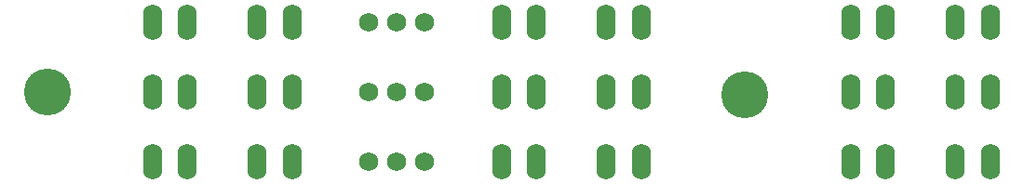
<source format=gbs>
G04 Layer_Color=16711935*
%FSLAX24Y24*%
%MOIN*%
G70*
G01*
G75*
%ADD16O,0.0680X0.1280*%
%ADD17C,0.0680*%
%ADD18C,0.1680*%
D16*
X52000Y27500D02*
D03*
X50750D02*
D03*
X54500D02*
D03*
X55750D02*
D03*
Y25000D02*
D03*
X54500D02*
D03*
X50750D02*
D03*
X52000D02*
D03*
Y22500D02*
D03*
X50750D02*
D03*
X54500D02*
D03*
X55750D02*
D03*
X43250D02*
D03*
X42000D02*
D03*
X38250D02*
D03*
X39500D02*
D03*
Y25000D02*
D03*
X38250D02*
D03*
X42000D02*
D03*
X43250D02*
D03*
Y27500D02*
D03*
X42000D02*
D03*
X38250D02*
D03*
X39500D02*
D03*
X27000D02*
D03*
X25750D02*
D03*
X29500D02*
D03*
X30750D02*
D03*
Y25000D02*
D03*
X29500D02*
D03*
X25750D02*
D03*
X27000D02*
D03*
Y22500D02*
D03*
X25750D02*
D03*
X29500D02*
D03*
X30750D02*
D03*
D17*
X35500D02*
D03*
X33500D02*
D03*
X34500D02*
D03*
Y25000D02*
D03*
X33500D02*
D03*
X35500D02*
D03*
Y27500D02*
D03*
X33500D02*
D03*
X34500D02*
D03*
D18*
X46950Y24900D02*
D03*
X22000Y25000D02*
D03*
M02*

</source>
